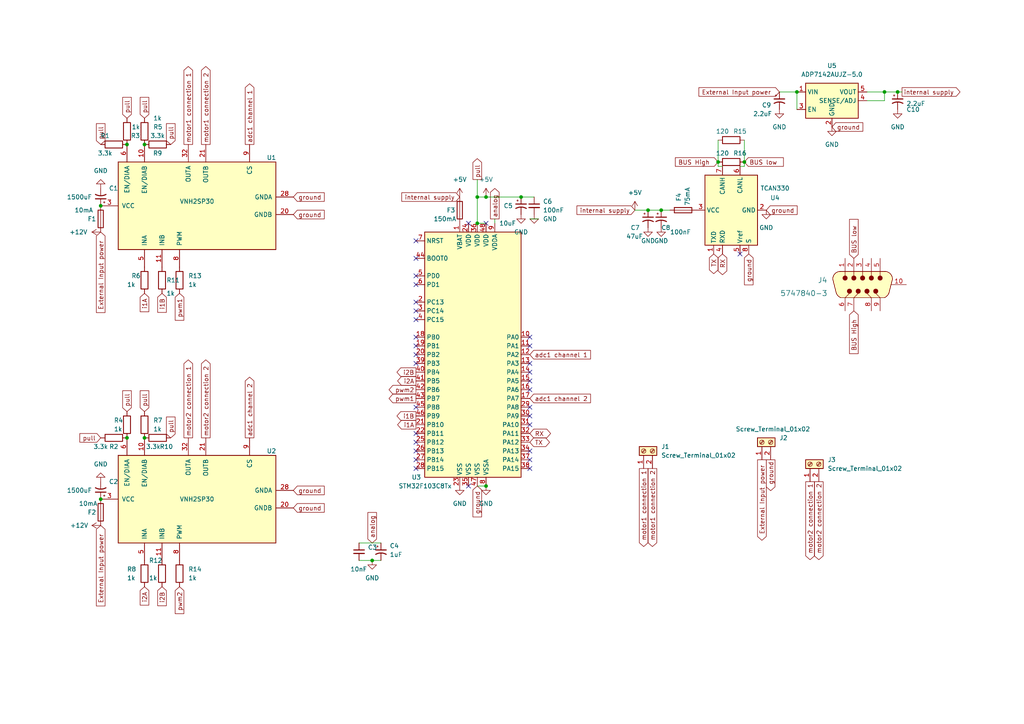
<source format=kicad_sch>
(kicad_sch (version 20211123) (generator eeschema)
  (paper "A4")
  (lib_symbols
    (symbol "Connector:Screw_Terminal_01x02" (pin_names (offset 1.016) hide)
      (property "Reference" "J" (at 0 2.54 0))
      (property "Value" "Screw_Terminal_01x02" (at 0 -5.08 0))
      (symbol "Screw_Terminal_01x02_1_1"
        (rectangle (start -1.27 1.27) (end 1.27 -3.81) (stroke (width 0.254)) (fill (type background)))
        (circle (center 0 -2.54) (radius 0.635) (stroke (width 0.1524)))
        (polyline (pts (xy -0.5334 -2.2098) (xy 0.3302 -3.048)) (stroke (width 0.1524)))
        (polyline (pts (xy -0.5334 0.3302) (xy 0.3302 -0.508)) (stroke (width 0.1524)))
        (polyline (pts (xy -0.3556 -2.032) (xy 0.508 -2.8702)) (stroke (width 0.1524)))
        (polyline (pts (xy -0.3556 0.508) (xy 0.508 -0.3302)) (stroke (width 0.1524)))
        (circle (center 0 0) (radius 0.635) (stroke (width 0.1524)))
        (pin passive line (at -5.08 0 0) (length 3.81) (name "Pin_1") (number "1"))
        (pin passive line (at -5.08 -2.54 0) (length 3.81) (name "Pin_2") (number "2"))
      )
    )
    (symbol "Device:C_Polarized_Small_US" (pin_numbers hide) (pin_names (offset 0.254) hide)
      (property "Reference" "C" (at 0.254 1.778 0))
      (property "Value" "C_Polarized_Small_US" (at 0.254 -2.032 0))
      (symbol "C_Polarized_Small_US_0_1"
        (polyline (pts (xy -1.524 0.508) (xy 1.524 0.508)) (stroke (width 0.3048)))
        (polyline (pts (xy -1.27 1.524) (xy -0.762 1.524)))
        (polyline (pts (xy -1.016 1.27) (xy -1.016 1.778)))
        (arc (start 1.524 -0.762) (mid 0 -0.3734) (end -1.524 -0.762) (stroke (width 0.3048)))
      )
      (symbol "C_Polarized_Small_US_1_1"
        (pin passive line (at 0 2.54 270) (length 2.032) (name "~") (number "1"))
        (pin passive line (at 0 -2.54 90) (length 2.032) (name "~") (number "2"))
      )
    )
    (symbol "Device:C_Small" (pin_numbers hide) (pin_names (offset 0.254) hide)
      (property "Reference" "C" (at 0.254 1.778 0))
      (property "Value" "C_Small" (at 0.254 -2.032 0))
      (symbol "C_Small_0_1"
        (polyline (pts (xy -1.524 -0.508) (xy 1.524 -0.508)) (stroke (width 0.3302)))
        (polyline (pts (xy -1.524 0.508) (xy 1.524 0.508)) (stroke (width 0.3048)))
      )
      (symbol "C_Small_1_1"
        (pin passive line (at 0 2.54 270) (length 2.032) (name "~") (number "1"))
        (pin passive line (at 0 -2.54 90) (length 2.032) (name "~") (number "2"))
      )
    )
    (symbol "Device:Fuse" (pin_numbers hide) (pin_names (offset 0))
      (property "Reference" "F" (at 2.032 0 90))
      (property "Value" "Fuse" (at -1.905 0 90))
      (symbol "Fuse_0_1"
        (rectangle (start -0.762 -2.54) (end 0.762 2.54) (stroke (width 0.254)))
        (polyline (pts (xy 0 2.54) (xy 0 -2.54)))
      )
      (symbol "Fuse_1_1"
        (pin passive line (at 0 3.81 270) (length 1.27) (name "~") (number "1"))
        (pin passive line (at 0 -3.81 90) (length 1.27) (name "~") (number "2"))
      )
    )
    (symbol "Device:R" (pin_numbers hide) (pin_names (offset 0))
      (property "Reference" "R" (at 2.032 0 90))
      (property "Value" "R" (at 0 0 90))
      (symbol "R_0_1"
        (rectangle (start -1.016 -2.54) (end 1.016 2.54) (stroke (width 0.254)))
      )
      (symbol "R_1_1"
        (pin passive line (at 0 3.81 270) (length 1.27) (name "~") (number "1"))
        (pin passive line (at 0 -3.81 90) (length 1.27) (name "~") (number "2"))
      )
    )
    (symbol "Driver_Motor:VNH2SP30" (pin_names (offset 1.016))
      (property "Reference" "U" (at -12.7 25.4 0))
      (property "Value" "VNH2SP30" (at 13.97 25.4 0))
      (symbol "VNH2SP30_1_1"
        (rectangle (start -12.7 22.86) (end 12.7 -22.86) (stroke (width 0.254)) (fill (type background)))
        (pin passive line (at 17.78 2.54 180) (length 5.08) hide (name "OUTA") (number "1"))
        (pin output line (at 17.78 15.24 180) (length 5.08) (name "EN/DIAB") (number "10"))
        (pin input line (at -17.78 10.16 0) (length 5.08) (name "INB") (number "11"))
        (pin no_connect line (at -17.78 -7.62 0) (length 5.08) hide (name "NC") (number "12"))
        (pin passive line (at 0 27.94 270) (length 5.08) hide (name "VCC") (number "13"))
        (pin no_connect line (at -17.78 -10.16 0) (length 5.08) hide (name "NC") (number "14"))
        (pin passive line (at 17.78 -2.54 180) (length 5.08) hide (name "OUTB") (number "15"))
        (pin passive line (at 17.78 -2.54 180) (length 5.08) hide (name "OUTB") (number "16"))
        (pin no_connect line (at -17.78 -20.32 0) (length 5.08) hide (name "NC") (number "17"))
        (pin passive line (at -2.54 -27.94 90) (length 5.08) hide (name "GNDB") (number "18"))
        (pin passive line (at -2.54 -27.94 90) (length 5.08) hide (name "GNDB") (number "19"))
        (pin no_connect line (at -17.78 0 0) (length 5.08) hide (name "NC") (number "2"))
        (pin passive line (at -2.54 -27.94 90) (length 5.08) (name "GNDB") (number "20"))
        (pin output line (at 17.78 -2.54 180) (length 5.08) (name "OUTB") (number "21"))
        (pin no_connect line (at -17.78 -17.78 0) (length 5.08) hide (name "NC") (number "22"))
        (pin passive line (at 0 27.94 270) (length 5.08) hide (name "VCC") (number "23"))
        (pin no_connect line (at -17.78 -15.24 0) (length 5.08) hide (name "NC") (number "24"))
        (pin passive line (at 17.78 2.54 180) (length 5.08) hide (name "OUTA") (number "25"))
        (pin passive line (at 2.54 -27.94 90) (length 5.08) hide (name "GNDA") (number "26"))
        (pin passive line (at 2.54 -27.94 90) (length 5.08) hide (name "GNDA") (number "27"))
        (pin passive line (at 2.54 -27.94 90) (length 5.08) (name "GNDA") (number "28"))
        (pin no_connect line (at -17.78 -12.7 0) (length 5.08) hide (name "NC") (number "29"))
        (pin power_in line (at 0 27.94 270) (length 5.08) (name "VCC") (number "3"))
        (pin passive line (at 17.78 2.54 180) (length 5.08) hide (name "OUTA") (number "30"))
        (pin passive line (at 0 27.94 270) (length 5.08) hide (name "VCC") (number "31"))
        (pin passive line (at 17.78 2.54 180) (length 5.08) (name "OUTA") (number "32"))
        (pin passive line (at 17.78 -2.54 180) (length 5.08) hide (name "OUTB") (number "33"))
        (pin no_connect line (at -17.78 -2.54 0) (length 5.08) hide (name "NC") (number "4"))
        (pin input line (at -17.78 15.24 0) (length 5.08) (name "INA") (number "5"))
        (pin output line (at 17.78 20.32 180) (length 5.08) (name "EN/DIAA") (number "6"))
        (pin no_connect line (at -17.78 -5.08 0) (length 5.08) hide (name "NC") (number "7"))
        (pin input line (at -17.78 5.08 0) (length 5.08) (name "PWM") (number "8"))
        (pin output line (at 17.78 -15.24 180) (length 5.08) (name "CS") (number "9"))
      )
    )
    (symbol "MCU_ST_STM32F1:STM32F103C8Tx"
      (property "Reference" "U" (at -15.24 36.83 0))
      (property "Value" "STM32F103C8Tx" (at 7.62 36.83 0))
      (symbol "STM32F103C8Tx_0_1"
        (rectangle (start -15.24 -35.56) (end 12.7 35.56) (stroke (width 0.254)) (fill (type background)))
      )
      (symbol "STM32F103C8Tx_1_1"
        (pin power_in line (at -5.08 38.1 270) (length 2.54) (name "VBAT") (number "1"))
        (pin bidirectional line (at 15.24 5.08 180) (length 2.54) (name "PA0") (number "10"))
        (pin bidirectional line (at 15.24 2.54 180) (length 2.54) (name "PA1") (number "11"))
        (pin bidirectional line (at 15.24 0 180) (length 2.54) (name "PA2") (number "12"))
        (pin bidirectional line (at 15.24 -2.54 180) (length 2.54) (name "PA3") (number "13"))
        (pin bidirectional line (at 15.24 -5.08 180) (length 2.54) (name "PA4") (number "14"))
        (pin bidirectional line (at 15.24 -7.62 180) (length 2.54) (name "PA5") (number "15"))
        (pin bidirectional line (at 15.24 -10.16 180) (length 2.54) (name "PA6") (number "16"))
        (pin bidirectional line (at 15.24 -12.7 180) (length 2.54) (name "PA7") (number "17"))
        (pin bidirectional line (at -17.78 5.08 0) (length 2.54) (name "PB0") (number "18"))
        (pin bidirectional line (at -17.78 2.54 0) (length 2.54) (name "PB1") (number "19"))
        (pin bidirectional line (at -17.78 15.24 0) (length 2.54) (name "PC13") (number "2"))
        (pin bidirectional line (at -17.78 0 0) (length 2.54) (name "PB2") (number "20"))
        (pin bidirectional line (at -17.78 -20.32 0) (length 2.54) (name "PB10") (number "21"))
        (pin bidirectional line (at -17.78 -22.86 0) (length 2.54) (name "PB11") (number "22"))
        (pin power_in line (at -5.08 -38.1 90) (length 2.54) (name "VSS") (number "23"))
        (pin power_in line (at -2.54 38.1 270) (length 2.54) (name "VDD") (number "24"))
        (pin bidirectional line (at -17.78 -25.4 0) (length 2.54) (name "PB12") (number "25"))
        (pin bidirectional line (at -17.78 -27.94 0) (length 2.54) (name "PB13") (number "26"))
        (pin bidirectional line (at -17.78 -30.48 0) (length 2.54) (name "PB14") (number "27"))
        (pin bidirectional line (at -17.78 -33.02 0) (length 2.54) (name "PB15") (number "28"))
        (pin bidirectional line (at 15.24 -15.24 180) (length 2.54) (name "PA8") (number "29"))
        (pin bidirectional line (at -17.78 12.7 0) (length 2.54) (name "PC14") (number "3"))
        (pin bidirectional line (at 15.24 -17.78 180) (length 2.54) (name "PA9") (number "30"))
        (pin bidirectional line (at 15.24 -20.32 180) (length 2.54) (name "PA10") (number "31"))
        (pin bidirectional line (at 15.24 -22.86 180) (length 2.54) (name "PA11") (number "32"))
        (pin bidirectional line (at 15.24 -25.4 180) (length 2.54) (name "PA12") (number "33"))
        (pin bidirectional line (at 15.24 -27.94 180) (length 2.54) (name "PA13") (number "34"))
        (pin power_in line (at -2.54 -38.1 90) (length 2.54) (name "VSS") (number "35"))
        (pin power_in line (at 0 38.1 270) (length 2.54) (name "VDD") (number "36"))
        (pin bidirectional line (at 15.24 -30.48 180) (length 2.54) (name "PA14") (number "37"))
        (pin bidirectional line (at 15.24 -33.02 180) (length 2.54) (name "PA15") (number "38"))
        (pin bidirectional line (at -17.78 -2.54 0) (length 2.54) (name "PB3") (number "39"))
        (pin bidirectional line (at -17.78 10.16 0) (length 2.54) (name "PC15") (number "4"))
        (pin bidirectional line (at -17.78 -5.08 0) (length 2.54) (name "PB4") (number "40"))
        (pin bidirectional line (at -17.78 -7.62 0) (length 2.54) (name "PB5") (number "41"))
        (pin bidirectional line (at -17.78 -10.16 0) (length 2.54) (name "PB6") (number "42"))
        (pin bidirectional line (at -17.78 -12.7 0) (length 2.54) (name "PB7") (number "43"))
        (pin input line (at -17.78 27.94 0) (length 2.54) (name "BOOT0") (number "44"))
        (pin bidirectional line (at -17.78 -15.24 0) (length 2.54) (name "PB8") (number "45"))
        (pin bidirectional line (at -17.78 -17.78 0) (length 2.54) (name "PB9") (number "46"))
        (pin power_in line (at 0 -38.1 90) (length 2.54) (name "VSS") (number "47"))
        (pin power_in line (at 2.54 38.1 270) (length 2.54) (name "VDD") (number "48"))
        (pin input line (at -17.78 22.86 0) (length 2.54) (name "PD0") (number "5"))
        (pin input line (at -17.78 20.32 0) (length 2.54) (name "PD1") (number "6"))
        (pin input line (at -17.78 33.02 0) (length 2.54) (name "NRST") (number "7"))
        (pin power_in line (at 2.54 -38.1 90) (length 2.54) (name "VSSA") (number "8"))
        (pin power_in line (at 5.08 38.1 270) (length 2.54) (name "VDDA") (number "9"))
      )
    )
    (symbol "Regulator_Linear:ADP7142AUJZ-5.0"
      (property "Reference" "U" (at 0 8.89 0))
      (property "Value" "ADP7142AUJZ-5.0" (at 0 6.35 0))
      (symbol "ADP7142AUJZ-5.0_0_1"
        (rectangle (start -7.62 5.08) (end 7.62 -5.08) (stroke (width 0.254)) (fill (type background)))
      )
      (symbol "ADP7142AUJZ-5.0_1_1"
        (pin power_in line (at -10.16 2.54 0) (length 2.54) (name "VIN") (number "1"))
        (pin power_in line (at 0 -7.62 90) (length 2.54) (name "GND") (number "2"))
        (pin input line (at -10.16 -2.54 0) (length 2.54) (name "EN") (number "3"))
        (pin input line (at 10.16 0 180) (length 2.54) (name "SENSE/ADJ") (number "4"))
        (pin power_out line (at 10.16 2.54 180) (length 2.54) (name "VOUT") (number "5"))
      )
    )
    (symbol "TCAN330_1"
      (property "Reference" "U" (at -10.16 8.89 0))
      (property "Value" "TCAN330_1" (at 2.54 8.89 0))
      (symbol "TCAN330_1_0_1"
        (rectangle (start -10.16 7.62) (end 10.16 -7.62) (stroke (width 0.254)) (fill (type background)))
      )
      (symbol "TCAN330_1_1_1"
        (pin input line (at -12.7 5.08 0) (length 2.54) (name "TXD") (number "1"))
        (pin power_in line (at 0 -10.16 90) (length 2.54) (name "GND") (number "2"))
        (pin power_in line (at 0 10.16 270) (length 2.54) (name "VCC") (number "3"))
        (pin tri_state line (at -12.7 2.54 0) (length 2.54) (name "RXD") (number "4"))
        (pin input line (at -12.7 -2.54 0) (length 2.54) (name "Vref") (number "5"))
        (pin bidirectional line (at 12.7 -2.54 180) (length 2.54) (name "CANL") (number "6"))
        (pin bidirectional line (at 12.7 2.54 180) (length 2.54) (name "CANH") (number "7"))
        (pin input line (at -12.7 -5.08 0) (length 2.54) (name "S") (number "8"))
      )
    )
    (symbol "dk_D-Sub-Connectors:5747840-3" (pin_names (offset 1.016))
      (property "Reference" "J" (at -3.81 8.89 0))
      (property "Value" "5747840-3" (at 1.27 -10.16 0))
      (symbol "5747840-3_0_1"
        (circle (center -1.905 -3.81) (radius 0.635) (fill (type outline)))
        (circle (center -1.905 -1.27) (radius 0.635) (fill (type outline)))
        (circle (center -1.905 1.27) (radius 0.635) (fill (type outline)))
        (circle (center -1.905 3.81) (radius 0.635) (fill (type outline)))
        (polyline (pts (xy -3.81 -5.08) (xy -2.54 -3.81)))
        (polyline (pts (xy -3.81 -2.54) (xy -2.54 -1.27)))
        (polyline (pts (xy -3.81 2.54) (xy -2.54 1.27)))
        (polyline (pts (xy -3.81 5.08) (xy -2.54 3.81)))
        (polyline (pts (xy 3.81 -5.08) (xy 2.54 -5.08)))
        (polyline (pts (xy 3.81 -2.54) (xy 2.54 -2.54)))
        (polyline (pts (xy 3.81 0) (xy 2.54 0)))
        (polyline (pts (xy 3.81 2.54) (xy 2.54 2.54)))
        (polyline (pts (xy 3.81 5.08) (xy 2.54 5.08)))
        (circle (center 1.905 -5.08) (radius 0.635) (fill (type outline)))
        (circle (center 1.905 -2.54) (radius 0.635) (fill (type outline)))
        (circle (center 1.905 0) (radius 0.635) (fill (type outline)))
        (circle (center 1.905 2.54) (radius 0.635) (fill (type outline)))
        (circle (center 1.905 5.08) (radius 0.635) (fill (type outline)))
      )
      (symbol "5747840-3_1_1"
        (arc (start -3.81 -6.35) (mid -3.278 -7.088) (end -2.54 -7.62))
        (arc (start -2.54 7.62) (mid -3.278 7.088) (end -3.81 6.35))
        (polyline (pts (xy -3.81 6.35) (xy -3.81 -6.35)) (fill (type background)))
        (polyline (pts (xy -2.54 7.62) (xy 1.524 8.636)) (fill (type background)))
        (polyline (pts (xy 1.524 -8.636) (xy -2.54 -7.62)) (fill (type background)))
        (polyline (pts (xy 3.81 6.35) (xy 3.81 -6.35)) (fill (type background)))
        (polyline (pts (xy -2.54 7.62) (xy -2.794 7.4676) (xy -2.8956 7.366) (xy -3.048 7.3152) (xy -3.2004 7.1628) (xy -3.302 7.0612) (xy -3.4036 6.9088) (xy -3.5052 6.8072) (xy -3.6068 6.6548) (xy -3.7084 6.5024) (xy -3.81 6.35) (xy -3.81 -6.35) (xy -3.6576 -6.5532) (xy -3.5052 -6.8072) (xy -3.302 -6.9596) (xy -3.0988 -7.2644) (xy -2.794 -7.4168) (xy -2.4384 -7.62) (xy 1.4732 -8.636) (xy 1.7272 -8.636) (xy 2.1336 -8.5852) (xy 2.4892 -8.4836) (xy 2.8956 -8.2296) (xy 3.2512 -7.9248) (xy 3.5052 -7.5692) (xy 3.6576 -7.2644) (xy 3.81 -6.8072) (xy 3.81 -6.35) (xy 3.81 6.35) (xy 3.7592 6.7564) (xy 3.7084 7.112) (xy 3.556 7.5184) (xy 3.4036 7.7724) (xy 3.2004 7.9756) (xy 2.9972 8.1788) (xy 2.7432 8.3312) (xy 2.3876 8.4836) (xy 2.032 8.636) (xy 1.778 8.636) (xy 1.524 8.636) (xy -2.4892 7.62)) (fill (type background)))
        (arc (start 1.524 -8.636) (mid 3.1896 -8.0073) (end 3.81 -6.35))
        (arc (start 3.81 6.35) (mid 3.1813 8.0156) (end 1.524 8.636))
        (pin passive line (at 7.62 5.08 180) (length 3.81) (name "~") (number "1"))
        (pin passive line (at 0 -12.7 90) (length 4.445) (name "~") (number "10"))
        (pin passive line (at 7.62 2.54 180) (length 3.81) (name "~") (number "2"))
        (pin passive line (at 7.62 0 180) (length 3.81) (name "~") (number "3"))
        (pin passive line (at 7.62 -2.54 180) (length 3.81) (name "~") (number "4"))
        (pin passive line (at 7.62 -5.08 180) (length 3.81) (name "~") (number "5"))
        (pin passive line (at -7.62 5.08 0) (length 3.81) (name "~") (number "6"))
        (pin passive line (at -7.62 2.54 0) (length 3.81) (name "~") (number "7"))
        (pin passive line (at -7.62 -2.54 0) (length 3.81) (name "~") (number "8"))
        (pin passive line (at -7.62 -5.08 0) (length 3.81) (name "~") (number "9"))
      )
    )
    (symbol "power:+12V" (power) (pin_names (offset 0))
      (property "Value" "+12V" (at 0 3.556 0))
      (symbol "+12V_0_1"
        (polyline (pts (xy -0.762 1.27) (xy 0 2.54)))
        (polyline (pts (xy 0 0) (xy 0 2.54)))
        (polyline (pts (xy 0 2.54) (xy 0.762 1.27)))
      )
      (symbol "+12V_1_1"
        (pin power_in line (at 0 0 90) (length 0) hide (name "+12V") (number "1"))
      )
    )
    (symbol "power:+5V" (power) (pin_names (offset 0))
      (property "Value" "+5V" (at 0 3.556 0))
      (symbol "+5V_0_1"
        (polyline (pts (xy -0.762 1.27) (xy 0 2.54)))
        (polyline (pts (xy 0 0) (xy 0 2.54)))
        (polyline (pts (xy 0 2.54) (xy 0.762 1.27)))
      )
      (symbol "+5V_1_1"
        (pin power_in line (at 0 0 90) (length 0) hide (name "+5V") (number "1"))
      )
    )
    (symbol "power:GND" (power) (pin_names (offset 0))
      (property "Value" "GND" (at 0 -3.81 0))
      (symbol "GND_0_1"
        (polyline (pts (xy 0 0) (xy 0 -1.27) (xy 1.27 -1.27) (xy 0 -2.54) (xy -1.27 -1.27) (xy 0 -1.27)))
      )
      (symbol "GND_1_1"
        (pin power_in line (at 0 0 270) (length 0) hide (name "GND") (number "1"))
      )
    )
  )
  (junction (at 29.21 144.78))
  (junction (at 41.91 41.91))
  (junction (at 215.9 46.99))
  (junction (at 36.83 127))
  (junction (at 107.95 162.56))
  (junction (at 231.14 26.67))
  (junction (at 138.43 64.77))
  (junction (at 191.77 60.96))
  (junction (at 41.91 127))
  (junction (at 260.35 26.67))
  (junction (at 36.83 41.91))
  (junction (at 151.13 57.15))
  (junction (at 256.54 26.67))
  (junction (at 140.97 140.97))
  (junction (at 138.43 57.15))
  (junction (at 208.28 46.99))
  (junction (at 187.96 60.96))
  (junction (at 29.21 59.69))
  (junction (at 140.97 57.15))
  (no_connect (at 140.97 64.77))
  (no_connect (at 120.65 105.41))
  (no_connect (at 153.67 110.49))
  (no_connect (at 120.65 130.81))
  (no_connect (at 120.65 82.55))
  (no_connect (at 120.65 135.89))
  (no_connect (at 214.63 73.66))
  (no_connect (at 153.67 107.95))
  (no_connect (at 153.67 130.81))
  (no_connect (at 153.67 113.03))
  (no_connect (at 120.65 90.17))
  (no_connect (at 120.65 80.01))
  (no_connect (at 120.65 102.87))
  (no_connect (at 120.65 100.33))
  (no_connect (at 153.67 120.65))
  (no_connect (at 153.67 135.89))
  (no_connect (at 153.67 97.79))
  (no_connect (at 120.65 118.11))
  (no_connect (at 120.65 128.27))
  (no_connect (at 153.67 105.41))
  (no_connect (at 135.89 64.77))
  (no_connect (at 153.67 123.19))
  (no_connect (at 153.67 118.11))
  (no_connect (at 120.65 74.93))
  (no_connect (at 153.67 133.35))
  (no_connect (at 120.65 125.73))
  (no_connect (at 153.67 100.33))
  (no_connect (at 135.89 140.97))
  (no_connect (at 120.65 69.85))
  (no_connect (at 120.65 133.35))
  (no_connect (at 120.65 92.71))
  (no_connect (at 120.65 87.63))
  (no_connect (at 120.65 97.79))
  (wire (pts (xy 251.46 26.67) (xy 256.54 26.67)))
  (wire (pts (xy 153.67 63.5) (xy 156.21 63.5)))
  (wire (pts (xy 138.43 140.97) (xy 140.97 140.97)))
  (wire (pts (xy 231.14 26.67) (xy 231.14 31.75)))
  (wire (pts (xy 208.28 46.99) (xy 208.28 48.26)))
  (wire (pts (xy 226.06 26.67) (xy 231.14 26.67)))
  (wire (pts (xy 191.77 60.96) (xy 194.31 60.96)))
  (wire (pts (xy 215.9 46.99) (xy 215.9 48.26)))
  (wire (pts (xy 151.13 57.15) (xy 154.94 57.15)))
  (wire (pts (xy 104.14 157.48) (xy 110.49 157.48)))
  (wire (pts (xy 140.97 57.15) (xy 151.13 57.15)))
  (wire (pts (xy 215.9 40.64) (xy 215.9 46.99)))
  (wire (pts (xy 184.15 60.96) (xy 187.96 60.96)))
  (wire (pts (xy 215.9 48.26) (xy 214.63 48.26)))
  (wire (pts (xy 208.28 40.64) (xy 208.28 46.99)))
  (wire (pts (xy 138.43 57.15) (xy 140.97 57.15)))
  (wire (pts (xy 256.54 26.67) (xy 260.35 26.67)))
  (wire (pts (xy 138.43 57.15) (xy 138.43 64.77)))
  (wire (pts (xy 107.95 162.56) (xy 110.49 162.56)))
  (wire (pts (xy 187.96 60.96) (xy 191.77 60.96)))
  (wire (pts (xy 104.14 162.56) (xy 107.95 162.56)))
  (wire (pts (xy 138.43 64.77) (xy 140.97 64.77)))
  (wire (pts (xy 256.54 29.21) (xy 256.54 26.67)))
  (wire (pts (xy 260.35 26.67) (xy 261.62 26.67)))
  (wire (pts (xy 208.28 48.26) (xy 209.55 48.26)))
  (wire (pts (xy 251.46 29.21) (xy 256.54 29.21)))
  (wire (pts (xy 143.51 63.5) (xy 143.51 64.77)))
  (wire (pts (xy 138.43 52.07) (xy 138.43 57.15)))
  (global_label "i1A" (shape input) (at 41.91 85.09 270) (property "Intersheet References" "${INTERSHEET_REFS}" (effects hide)))
  (global_label "RX" (shape bidirectional) (at 209.55 73.66 270) (property "Intersheet References" "${INTERSHEET_REFS}" (effects hide)))
  (global_label "i2A" (shape output) (at 120.65 110.49 180) (property "Intersheet References" "${INTERSHEET_REFS}" (effects hide)))
  (global_label "i2B" (shape output) (at 120.65 107.95 180) (property "Intersheet References" "${INTERSHEET_REFS}" (effects hide)))
  (global_label "ground" (shape input) (at 85.09 142.24 0) (property "Intersheet References" "${INTERSHEET_REFS}" (effects hide)))
  (global_label "i1A" (shape output) (at 120.65 123.19 180) (property "Intersheet References" "${INTERSHEET_REFS}" (effects hide)))
  (global_label "motor1 connection 2" (shape output) (at 59.69 41.91 90) (property "Intersheet References" "${INTERSHEET_REFS}" (effects hide)))
  (global_label "BUS High " (shape input) (at 247.65 90.17 270) (property "Intersheet References" "${INTERSHEET_REFS}" (effects hide)))
  (global_label "pull" (shape input) (at 49.53 127 90) (property "Intersheet References" "${INTERSHEET_REFS}" (effects hide)))
  (global_label "pull" (shape output) (at 138.43 52.07 90) (property "Intersheet References" "${INTERSHEET_REFS}" (effects hide)))
  (global_label "pull" (shape input) (at 49.53 41.91 90) (property "Intersheet References" "${INTERSHEET_REFS}" (effects hide)))
  (global_label "motor2 connection 1" (shape output) (at 234.95 139.7 270) (property "Intersheet References" "${INTERSHEET_REFS}" (effects hide)))
  (global_label "pull" (shape input) (at 41.91 119.38 90) (property "Intersheet References" "${INTERSHEET_REFS}" (effects hide)))
  (global_label "motor1 connection 1" (shape output) (at 54.61 41.91 90) (property "Intersheet References" "${INTERSHEET_REFS}" (effects hide)))
  (global_label "ground" (shape input) (at 85.09 147.32 0) (property "Intersheet References" "${INTERSHEET_REFS}" (effects hide)))
  (global_label "i1B" (shape input) (at 46.99 85.09 270) (property "Intersheet References" "${INTERSHEET_REFS}" (effects hide)))
  (global_label "internal supply" (shape output) (at 261.62 26.67 0) (property "Intersheet References" "${INTERSHEET_REFS}" (effects hide)))
  (global_label "adc1 channel 2" (shape output) (at 72.39 127 90) (property "Intersheet References" "${INTERSHEET_REFS}" (effects hide)))
  (global_label "pwm1" (shape output) (at 120.65 115.57 180) (property "Intersheet References" "${INTERSHEET_REFS}" (effects hide)))
  (global_label "motor2 connection 2" (shape output) (at 59.69 127 90) (property "Intersheet References" "${INTERSHEET_REFS}" (effects hide)))
  (global_label "pwm1" (shape input) (at 52.07 85.09 270) (property "Intersheet References" "${INTERSHEET_REFS}" (effects hide)))
  (global_label "BUS High " (shape input) (at 208.28 46.99 180) (property "Intersheet References" "${INTERSHEET_REFS}" (effects hide)))
  (global_label "ground" (shape input) (at 241.3 36.83 0) (property "Intersheet References" "${INTERSHEET_REFS}" (effects hide)))
  (global_label "adc1 channel 1" (shape output) (at 72.39 41.91 90) (property "Intersheet References" "${INTERSHEET_REFS}" (effects hide)))
  (global_label "motor1 connection 1" (shape output) (at 186.69 135.89 270) (property "Intersheet References" "${INTERSHEET_REFS}" (effects hide)))
  (global_label "pull" (shape input) (at 36.83 34.29 90) (property "Intersheet References" "${INTERSHEET_REFS}" (effects hide)))
  (global_label "TX" (shape bidirectional) (at 207.01 73.66 270) (property "Intersheet References" "${INTERSHEET_REFS}" (effects hide)))
  (global_label "motor2 connection 2" (shape output) (at 237.49 139.7 270) (property "Intersheet References" "${INTERSHEET_REFS}" (effects hide)))
  (global_label "internal supply" (shape input) (at 133.35 57.15 180) (property "Intersheet References" "${INTERSHEET_REFS}" (effects hide)))
  (global_label "pwm2" (shape input) (at 52.07 170.18 270) (property "Intersheet References" "${INTERSHEET_REFS}" (effects hide)))
  (global_label "ground" (shape input) (at 222.25 60.96 0) (property "Intersheet References" "${INTERSHEET_REFS}" (effects hide)))
  (global_label "BUS low " (shape input) (at 247.65 74.93 90) (property "Intersheet References" "${INTERSHEET_REFS}" (effects hide)))
  (global_label "External Input power " (shape input) (at 29.21 152.4 270) (property "Intersheet References" "${INTERSHEET_REFS}" (effects hide)))
  (global_label "analog" (shape output) (at 143.51 63.5 90) (property "Intersheet References" "${INTERSHEET_REFS}" (effects hide)))
  (global_label "RX" (shape bidirectional) (at 153.67 125.73 0) (property "Intersheet References" "${INTERSHEET_REFS}" (effects hide)))
  (global_label "ground" (shape input) (at 138.43 140.97 270) (property "Intersheet References" "${INTERSHEET_REFS}" (effects hide)))
  (global_label "adc1 channel 2" (shape input) (at 153.67 115.57 0) (property "Intersheet References" "${INTERSHEET_REFS}" (effects hide)))
  (global_label "pull" (shape input) (at 29.21 41.91 90) (property "Intersheet References" "${INTERSHEET_REFS}" (effects hide)))
  (global_label "External Input power " (shape input) (at 226.06 26.67 180) (property "Intersheet References" "${INTERSHEET_REFS}" (effects hide)))
  (global_label "i2A" (shape input) (at 41.91 170.18 270) (property "Intersheet References" "${INTERSHEET_REFS}" (effects hide)))
  (global_label "motor1 connection 2" (shape output) (at 189.23 135.89 270) (property "Intersheet References" "${INTERSHEET_REFS}" (effects hide)))
  (global_label "internal supply" (shape input) (at 184.15 60.96 180) (property "Intersheet References" "${INTERSHEET_REFS}" (effects hide)))
  (global_label "ground" (shape output) (at 223.52 133.35 270) (property "Intersheet References" "${INTERSHEET_REFS}" (effects hide)))
  (global_label "ground" (shape input) (at 217.17 73.66 270) (property "Intersheet References" "${INTERSHEET_REFS}" (effects hide)))
  (global_label "motor2 connection 1" (shape output) (at 54.61 127 90) (property "Intersheet References" "${INTERSHEET_REFS}" (effects hide)))
  (global_label "analog" (shape input) (at 107.95 157.48 90) (property "Intersheet References" "${INTERSHEET_REFS}" (effects hide)))
  (global_label "External Input power " (shape input) (at 29.21 67.31 270) (property "Intersheet References" "${INTERSHEET_REFS}" (effects hide)))
  (global_label "adc1 channel 1" (shape input) (at 153.67 102.87 0) (property "Intersheet References" "${INTERSHEET_REFS}" (effects hide)))
  (global_label "pwm2" (shape output) (at 120.65 113.03 180) (property "Intersheet References" "${INTERSHEET_REFS}" (effects hide)))
  (global_label "pull" (shape input) (at 29.21 127 180) (property "Intersheet References" "${INTERSHEET_REFS}" (effects hide)))
  (global_label "i1B" (shape output) (at 120.65 120.65 180) (property "Intersheet References" "${INTERSHEET_REFS}" (effects hide)))
  (global_label "pull" (shape input) (at 36.83 119.38 90) (property "Intersheet References" "${INTERSHEET_REFS}" (effects hide)))
  (global_label "External Input power " (shape output) (at 220.98 133.35 270) (property "Intersheet References" "${INTERSHEET_REFS}" (effects hide)))
  (global_label "ground" (shape input) (at 85.09 62.23 0) (property "Intersheet References" "${INTERSHEET_REFS}" (effects hide)))
  (global_label "pull" (shape input) (at 41.91 34.29 90) (property "Intersheet References" "${INTERSHEET_REFS}" (effects hide)))
  (global_label "ground" (shape input) (at 85.09 57.15 0) (property "Intersheet References" "${INTERSHEET_REFS}" (effects hide)))
  (global_label "BUS low " (shape input) (at 215.9 46.99 0) (property "Intersheet References" "${INTERSHEET_REFS}" (effects hide)))
  (global_label "i2B" (shape input) (at 46.99 170.18 270) (property "Intersheet References" "${INTERSHEET_REFS}" (effects hide)))
  (global_label "TX" (shape bidirectional) (at 153.67 128.27 0) (property "Intersheet References" "${INTERSHEET_REFS}" (effects hide)))
  (symbol (lib_id "Connector:Screw_Terminal_01x02") (at 220.98 128.27 90) (unit 1)
    (property "Reference" "J2" (at 226.06 126.9999 90) (effects (justify right)))
    (property "Value" "Screw_Terminal_01x02" (at 213.36 124.46 90) (effects (justify right)))
    (property "Footprint" "TerminalBlock:TerminalBlock_Altech_AK300-2_P5.00mm" (effects hide))
  )
  (symbol (lib_id "power:GND") (at 222.25 60.96 0) (unit 1)
    (property "Reference" "#PWR0116" (effects hide))
    (property "Value" "GND" (at 222.25 66.04 0))
  )
  (symbol (lib_id "Connector:Screw_Terminal_01x02") (at 186.69 130.81 90) (unit 1)
    (property "Reference" "J1" (at 191.77 129.5399 90) (effects (justify right)))
    (property "Value" "Screw_Terminal_01x02" (at 191.77 132.0799 90) (effects (justify right)))
    (property "Footprint" "TerminalBlock:TerminalBlock_Altech_AK300-2_P5.00mm" (effects hide))
  )
  (symbol (lib_id "power:GND") (at 107.95 162.56 0) (unit 1)
    (property "Reference" "#PWR0109" (effects hide))
    (property "Value" "GND" (at 107.95 167.64 0))
  )
  (symbol (lib_id "Device:R") (at 212.09 40.64 90) (unit 1)
    (property "Reference" "R15" (at 214.63 38.1 90))
    (property "Value" "120" (at 209.55 38.1 90))
    (property "Footprint" "Resistor_THT:R_Axial_DIN0204_L3.6mm_D1.6mm_P1.90mm_Vertical" (effects hide))
  )
  (symbol (lib_id "Device:R") (at 45.72 127 270) (unit 1)
    (property "Reference" "R10" (at 48.26 129.54 90))
    (property "Value" "3.3k" (at 44.45 129.54 90))
    (property "Footprint" "Resistor_THT:R_Axial_DIN0204_L3.6mm_D1.6mm_P1.90mm_Vertical" (effects hide))
  )
  (symbol (lib_id "Connector:Screw_Terminal_01x02") (at 234.95 134.62 90) (unit 1)
    (property "Reference" "J3" (at 240.03 133.3499 90) (effects (justify right)))
    (property "Value" "Screw_Terminal_01x02" (at 240.03 135.8899 90) (effects (justify right)))
    (property "Footprint" "TerminalBlock:TerminalBlock_Altech_AK300-2_P5.00mm" (effects hide))
  )
  (symbol (lib_id "Device:R") (at 41.91 81.28 0) (unit 1)
    (property "Reference" "R6" (at 38.1 80.01 0) (effects (justify left)))
    (property "Value" "1k" (at 36.83 82.55 0) (effects (justify left)))
    (property "Footprint" "Resistor_THT:R_Axial_DIN0204_L3.6mm_D1.6mm_P1.90mm_Vertical" (effects hide))
  )
  (symbol (lib_id "Device:C_Polarized_Small_US") (at 29.21 57.15 180) (unit 1)
    (property "Reference" "C1" (at 34.29 54.61 0) (effects (justify left)))
    (property "Value" "1500uF" (at 26.67 57.15 0) (effects (justify left)))
    (property "Footprint" "Capacitor_THT:CP_Radial_D4.0mm_P1.50mm" (effects hide))
  )
  (symbol (lib_id "power:GND") (at 29.21 54.61 180) (unit 1)
    (property "Reference" "#PWR0107" (effects hide))
    (property "Value" "GND" (at 29.21 49.53 0))
  )
  (symbol (lib_id "Device:C_Polarized_Small_US") (at 191.77 63.5 0) (unit 1)
    (property "Reference" "C8" (at 191.77 66.04 0) (effects (justify left)))
    (property "Value" "100nF" (at 194.31 67.31 0) (effects (justify left)))
    (property "Footprint" "Capacitor_THT:CP_Radial_D4.0mm_P1.50mm" (effects hide))
  )
  (symbol (lib_id "power:+5V") (at 133.35 57.15 0) (unit 1)
    (property "Reference" "#PWR0112" (effects hide))
    (property "Value" "+5V" (at 133.35 52.07 0))
  )
  (symbol (lib_id "MCU_ST_STM32F1:STM32F103C8Tx") (at 138.43 102.87 0) (unit 1)
    (property "Reference" "U3" (at 119.38 138.43 0) (effects (justify left)))
    (property "Value" "STM32F103C8Tx" (at 115.57 140.97 0) (effects (justify left)))
    (property "Footprint" "Package_QFP:LQFP-48_7x7mm_P0.5mm" (effects hide))
    (property "Datasheet" "http://www.st.com/st-web-ui/static/active/en/resource/technical/document/datasheet/CD00161566.pdf" (effects hide))
  )
  (symbol (lib_id "power:GND") (at 226.06 31.75 0) (unit 1)
    (property "Reference" "#PWR0106" (effects hide))
    (property "Value" "GND" (at 226.06 36.83 0))
  )
  (symbol (lib_id "Device:R") (at 36.83 38.1 180) (unit 1)
    (property "Reference" "R3" (at 40.64 39.37 0) (effects (justify left)))
    (property "Value" "1k" (at 40.64 36.83 0) (effects (justify left)))
    (property "Footprint" "Resistor_THT:R_Axial_DIN0204_L3.6mm_D1.6mm_P1.90mm_Vertical" (effects hide))
  )
  (symbol (lib_id "Device:C_Small") (at 154.94 59.69 0) (unit 1)
    (property "Reference" "C6" (at 157.48 58.4262 0) (effects (justify left)))
    (property "Value" "100nF" (at 157.48 60.9662 0) (effects (justify left)))
    (property "Footprint" "Capacitor_THT:C_Radial_D4.0mm_H5.0mm_P1.50mm" (effects hide))
  )
  (symbol (lib_id "Device:R") (at 45.72 41.91 90) (unit 1)
    (property "Reference" "R9" (at 45.72 44.45 90))
    (property "Value" "3.3k" (at 45.72 39.37 90))
    (property "Footprint" "Resistor_THT:R_Axial_DIN0204_L3.6mm_D1.6mm_P1.90mm_Vertical" (effects hide))
  )
  (symbol (lib_id "power:+5V") (at 184.15 60.96 0) (unit 1)
    (property "Reference" "#PWR0103" (effects hide))
    (property "Value" "+5V" (at 184.15 55.88 0))
  )
  (symbol (lib_id "Device:C_Polarized_Small_US") (at 29.21 142.24 180) (unit 1)
    (property "Reference" "C2" (at 34.29 139.7 0) (effects (justify left)))
    (property "Value" "1500uF" (at 26.67 142.24 0) (effects (justify left)))
    (property "Footprint" "Capacitor_THT:CP_Radial_D4.0mm_P1.50mm" (effects hide))
  )
  (symbol (lib_id "power:GND") (at 151.13 62.23 0) (unit 1)
    (property "Reference" "#PWR0113" (effects hide))
    (property "Value" "GND" (at 151.13 67.31 0))
  )
  (symbol (lib_id "power:GND") (at 191.77 66.04 0) (unit 1)
    (property "Reference" "#PWR0104" (effects hide))
    (property "Value" "GND" (at 191.77 69.85 0))
  )
  (symbol (lib_id "Device:C_Polarized_Small_US") (at 151.13 59.69 0) (unit 1)
    (property "Reference" "C5" (at 146.05 59.69 0) (effects (justify left)))
    (property "Value" "10uF" (at 144.78 64.77 0) (effects (justify left)))
    (property "Footprint" "Capacitor_THT:CP_Radial_D4.0mm_P1.50mm" (effects hide))
  )
  (symbol (lib_id "power:GND") (at 29.21 139.7 180) (unit 1)
    (property "Reference" "#PWR0111" (effects hide))
    (property "Value" "GND" (at 29.21 134.62 0))
  )
  (symbol (lib_id "Device:Fuse") (at 29.21 148.59 0) (unit 1)
    (property "Reference" "F2" (at 25.4 148.59 0) (effects (justify left)))
    (property "Value" "10mA" (at 22.86 146.05 0) (effects (justify left)))
    (property "Footprint" "Fuse:Fuseholder_Blade_ATO_Littelfuse_Pudenz_2_Pin" (effects hide))
  )
  (symbol (lib_id "Device:R") (at 41.91 166.37 0) (unit 1)
    (property "Reference" "R8" (at 36.83 165.1 0) (effects (justify left)))
    (property "Value" "1k" (at 36.83 167.64 0) (effects (justify left)))
    (property "Footprint" "Resistor_THT:R_Axial_DIN0204_L3.6mm_D1.6mm_P1.90mm_Vertical" (effects hide))
  )
  (symbol (lib_id "Device:R") (at 41.91 38.1 0) (unit 1)
    (property "Reference" "R5" (at 44.45 36.8299 0) (effects (justify left)))
    (property "Value" "1k" (at 44.45 34.29 0) (effects (justify left)))
    (property "Footprint" "Resistor_THT:R_Axial_DIN0204_L3.6mm_D1.6mm_P1.90mm_Vertical" (effects hide))
  )
  (symbol (lib_id "Device:R") (at 52.07 81.28 0) (unit 1)
    (property "Reference" "R13" (at 54.61 80.0099 0) (effects (justify left)))
    (property "Value" "1k" (at 54.61 82.5499 0) (effects (justify left)))
    (property "Footprint" "Resistor_THT:R_Axial_DIN0204_L3.6mm_D1.6mm_P1.90mm_Vertical" (effects hide))
  )
  (symbol (lib_id "power:GND") (at 187.96 66.04 0) (unit 1)
    (property "Reference" "#PWR0105" (effects hide))
    (property "Value" "GND" (at 187.96 69.85 0))
  )
  (symbol (lib_id "power:GND") (at 241.3 36.83 0) (unit 1)
    (property "Reference" "#PWR0117" (effects hide))
    (property "Value" "GND" (at 241.3 41.91 0))
  )
  (symbol (lib_id "dk_D-Sub-Connectors:5747840-3") (at 250.19 82.55 90) (unit 1)
    (property "Reference" "J4" (at 240.03 81.2654 90) (effects (font (size 1.524 1.524)) (justify left)))
    (property "Value" "5747840-3" (at 240.03 85.0754 90) (effects (font (size 1.524 1.524)) (justify left)))
    (property "Footprint" "digikey-footprints:DSUB-9_Jack_5747840-3" (effects hide))
    (property "Datasheet" "https://www.te.com/commerce/DocumentDelivery/DDEController?Action=srchrtrv&DocNm=5747840&DocType=Customer+Drawing&DocLang=English" (effects hide))
    (property "Digi-Key_PN" "A32091-ND" (effects hide))
    (property "MPN" "5747840-3" (effects hide))
    (property "Category" "Connectors, Interconnects" (effects hide))
    (property "Family" "D-Sub Connectors" (effects hide))
    (property "DK_Datasheet_Link" "https://www.te.com/commerce/DocumentDelivery/DDEController?Action=srchrtrv&DocNm=5747840&DocType=Customer+Drawing&DocLang=English" (effects hide))
    (property "DK_Detail_Page" "/product-detail/en/te-connectivity-amp-connectors/5747840-3/A32091-ND/808646" (effects hide))
    (property "Description" "CONN D-SUB PLUG 9POS R/A SOLDER" (effects hide))
    (property "Manufacturer" "TE Connectivity AMP Connectors" (effects hide))
    (property "Status" "Active" (effects hide))
  )
  (symbol (lib_id "power:GND") (at 154.94 62.23 0) (unit 1)
    (property "Reference" "#PWR0114" (effects hide))
    (property "Value" "GND" (at 157.48 63.4999 0) (effects (justify left)))
  )
  (symbol (lib_id "power:+12V") (at 29.21 67.31 90) (unit 1)
    (property "Reference" "#PWR0108" (effects hide))
    (property "Value" "+12V" (at 25.4 67.3099 90) (effects (justify left)))
  )
  (symbol (lib_id "Driver_Motor:VNH2SP30") (at 57.15 59.69 90) (unit 1)
    (property "Reference" "U1" (at 78.74 45.72 90))
    (property "Value" "VNH2SP30" (at 57.15 58.42 90))
    (property "Footprint" "Package_SO:ST_MultiPowerSO-30" (effects hide))
    (property "Datasheet" "http://www.st.com/content/ccc/resource/technical/document/datasheet/group2/66/b8/f5/2c/9a/66/41/c7/CD00043711/files/CD00043711.pdf/jcr:content/translations/en.CD00043711.pdf" (effects hide))
  )
  (symbol (lib_id "Driver_Motor:VNH2SP30") (at 57.15 144.78 90) (unit 1)
    (property "Reference" "U2" (at 78.74 130.81 90))
    (property "Value" "VNH2SP30" (at 57.15 144.78 90))
    (property "Footprint" "Package_SO:ST_MultiPowerSO-30" (effects hide))
    (property "Datasheet" "http://www.st.com/content/ccc/resource/technical/document/datasheet/group2/66/b8/f5/2c/9a/66/41/c7/CD00043711/files/CD00043711.pdf/jcr:content/translations/en.CD00043711.pdf" (effects hide))
  )
  (symbol (lib_id "Regulator_Linear:ADP7142AUJZ-5.0") (at 241.3 29.21 0) (unit 1)
    (property "Reference" "U5" (at 241.3 19.05 0))
    (property "Value" "ADP7142AUJZ-5.0" (at 241.3 21.59 0))
    (property "Footprint" "Package_TO_SOT_SMD:TSOT-23-5" (effects hide))
    (property "Datasheet" "https://www.analog.com/media/en/technical-documentation/data-sheets/ADP7142.pdf" (effects hide))
  )
  (symbol (lib_id "Device:R") (at 41.91 123.19 0) (unit 1)
    (property "Reference" "R7" (at 44.45 121.9199 0) (effects (justify left)))
    (property "Value" "1k" (at 44.45 124.4599 0) (effects (justify left)))
    (property "Footprint" "Resistor_THT:R_Axial_DIN0204_L3.6mm_D1.6mm_P1.90mm_Vertical" (effects hide))
  )
  (symbol (lib_id "Device:C_Small") (at 104.14 160.02 0) (unit 1)
    (property "Reference" "C3" (at 106.68 158.7562 0) (effects (justify left)))
    (property "Value" "10nF" (at 101.6 165.1 0) (effects (justify left)))
    (property "Footprint" "Capacitor_THT:C_Radial_D4.0mm_H5.0mm_P1.50mm" (effects hide))
  )
  (symbol (lib_id "power:+5V") (at 140.97 57.15 0) (unit 1)
    (property "Reference" "#PWR0115" (effects hide))
    (property "Value" "+5V" (at 140.97 52.07 0))
  )
  (symbol (lib_name "TCAN330_1") (lib_id "Interface_CAN_LIN:TCAN330") (at 212.09 60.96 90) (unit 1)
    (property "Reference" "U4" (at 224.79 57.3786 90))
    (property "Value" "TCAN330" (at 224.79 54.61 90))
    (property "Footprint" "website:SOT96-1" (effects hide))
    (property "Datasheet" "http://www.ti.com/lit/ds/symlink/tcan337.pdf" (effects hide))
  )
  (symbol (lib_id "Device:C_Polarized_Small_US") (at 110.49 160.02 0) (unit 1)
    (property "Reference" "C4" (at 113.03 158.3181 0) (effects (justify left)))
    (property "Value" "1uF" (at 113.03 160.8581 0) (effects (justify left)))
    (property "Footprint" "Capacitor_THT:CP_Radial_D4.0mm_P1.50mm" (effects hide))
  )
  (symbol (lib_id "Device:Fuse") (at 198.12 60.96 90) (unit 1)
    (property "Reference" "F4" (at 196.8499 58.42 0) (effects (justify left)))
    (property "Value" "75mA" (at 199.39 59.69 0) (effects (justify left)))
    (property "Footprint" "Fuse:Fuseholder_Blade_ATO_Littelfuse_Pudenz_2_Pin" (effects hide))
  )
  (symbol (lib_id "Device:Fuse") (at 29.21 63.5 0) (unit 1)
    (property "Reference" "F1" (at 25.4 63.5 0) (effects (justify left)))
    (property "Value" "10mA" (at 21.59 60.96 0) (effects (justify left)))
    (property "Footprint" "Fuse:Fuseholder_Blade_ATO_Littelfuse_Pudenz_2_Pin" (effects hide))
  )
  (symbol (lib_id "Device:R") (at 46.99 81.28 0) (unit 1)
    (property "Reference" "R11" (at 48.26 81.28 0) (effects (justify left)))
    (property "Value" "1k" (at 48.26 85.09 0) (effects (justify left)))
    (property "Footprint" "Resistor_THT:R_Axial_DIN0204_L3.6mm_D1.6mm_P1.90mm_Vertical" (effects hide))
  )
  (symbol (lib_id "Device:R") (at 212.09 46.99 90) (unit 1)
    (property "Reference" "R16" (at 214.63 44.45 90))
    (property "Value" "120" (at 209.55 44.45 90))
    (property "Footprint" "Resistor_THT:R_Axial_DIN0204_L3.6mm_D1.6mm_P1.90mm_Vertical" (effects hide))
  )
  (symbol (lib_id "power:GND") (at 133.35 140.97 0) (unit 1)
    (property "Reference" "#PWR0101" (effects hide))
    (property "Value" "GND" (at 133.35 146.05 0))
  )
  (symbol (lib_id "Device:R") (at 52.07 166.37 0) (unit 1)
    (property "Reference" "R14" (at 54.61 165.0999 0) (effects (justify left)))
    (property "Value" "1k" (at 54.61 167.6399 0) (effects (justify left)))
    (property "Footprint" "Resistor_THT:R_Axial_DIN0204_L3.6mm_D1.6mm_P1.90mm_Vertical" (effects hide))
  )
  (symbol (lib_id "Device:C_Polarized_Small_US") (at 226.06 29.21 0) (unit 1)
    (property "Reference" "C9" (at 220.98 30.48 0) (effects (justify left)))
    (property "Value" "2.2uF" (at 218.44 33.02 0) (effects (justify left)))
    (property "Footprint" "Capacitor_THT:CP_Radial_D4.0mm_P1.50mm" (effects hide))
  )
  (symbol (lib_id "power:GND") (at 260.35 31.75 0) (unit 1)
    (property "Reference" "#PWR0118" (effects hide))
    (property "Value" "GND" (at 260.35 36.83 0))
  )
  (symbol (lib_id "Device:R") (at 33.02 127 90) (unit 1)
    (property "Reference" "R2" (at 33.02 129.54 90))
    (property "Value" "3.3k" (at 29.21 129.54 90))
    (property "Footprint" "Resistor_THT:R_Axial_DIN0204_L3.6mm_D1.6mm_P1.90mm_Vertical" (effects hide))
  )
  (symbol (lib_id "Device:Fuse") (at 133.35 60.96 0) (unit 1)
    (property "Reference" "F3" (at 129.54 60.96 0) (effects (justify left)))
    (property "Value" "150mA" (at 125.73 63.5 0) (effects (justify left)))
    (property "Footprint" "Fuse:Fuseholder_Blade_ATO_Littelfuse_Pudenz_2_Pin" (effects hide))
  )
  (symbol (lib_id "power:GND") (at 140.97 140.97 0) (unit 1)
    (property "Reference" "#PWR0102" (effects hide))
    (property "Value" "GND" (at 140.97 146.05 0))
  )
  (symbol (lib_id "Device:R") (at 36.83 123.19 0) (unit 1)
    (property "Reference" "R4" (at 33.02 121.92 0) (effects (justify left)))
    (property "Value" "1k" (at 33.02 124.46 0) (effects (justify left)))
    (property "Footprint" "Resistor_THT:R_Axial_DIN0204_L3.6mm_D1.6mm_P1.90mm_Vertical" (effects hide))
  )
  (symbol (lib_id "Device:R") (at 33.02 41.91 90) (unit 1)
    (property "Reference" "R1" (at 30.48 39.37 90))
    (property "Value" "3.3k" (at 30.48 44.45 90))
    (property "Footprint" "Resistor_THT:R_Axial_DIN0204_L3.6mm_D1.6mm_P1.90mm_Vertical" (effects hide))
  )
  (symbol (lib_id "Device:C_Polarized_Small_US") (at 260.35 29.21 0) (unit 1)
    (property "Reference" "C10" (at 262.89 31.75 0) (effects (justify left)))
    (property "Value" "2.2uF" (at 262.89 30.0481 0) (effects (justify left)))
    (property "Footprint" "Capacitor_THT:CP_Radial_D4.0mm_P1.50mm" (effects hide))
  )
  (symbol (lib_id "power:+12V") (at 29.21 152.4 90) (unit 1)
    (property "Reference" "#PWR0110" (effects hide))
    (property "Value" "+12V" (at 20.32 152.4 90) (effects (justify right)))
  )
  (symbol (lib_id "Device:R") (at 46.99 166.37 0) (unit 1)
    (property "Reference" "R12" (at 43.18 162.56 0) (effects (justify left)))
    (property "Value" "1k" (at 43.18 167.64 0) (effects (justify left)))
    (property "Footprint" "Resistor_THT:R_Axial_DIN0204_L3.6mm_D1.6mm_P1.90mm_Vertical" (effects hide))
  )
  (symbol (lib_id "Device:C_Polarized_Small_US") (at 187.96 63.5 0) (unit 1)
    (property "Reference" "C7" (at 182.88 66.04 0) (effects (justify left)))
    (property "Value" "47uF" (at 181.61 68.58 0) (effects (justify left)))
    (property "Footprint" "Capacitor_THT:CP_Radial_D4.0mm_P1.50mm" (effects hide))
  )
)
</source>
